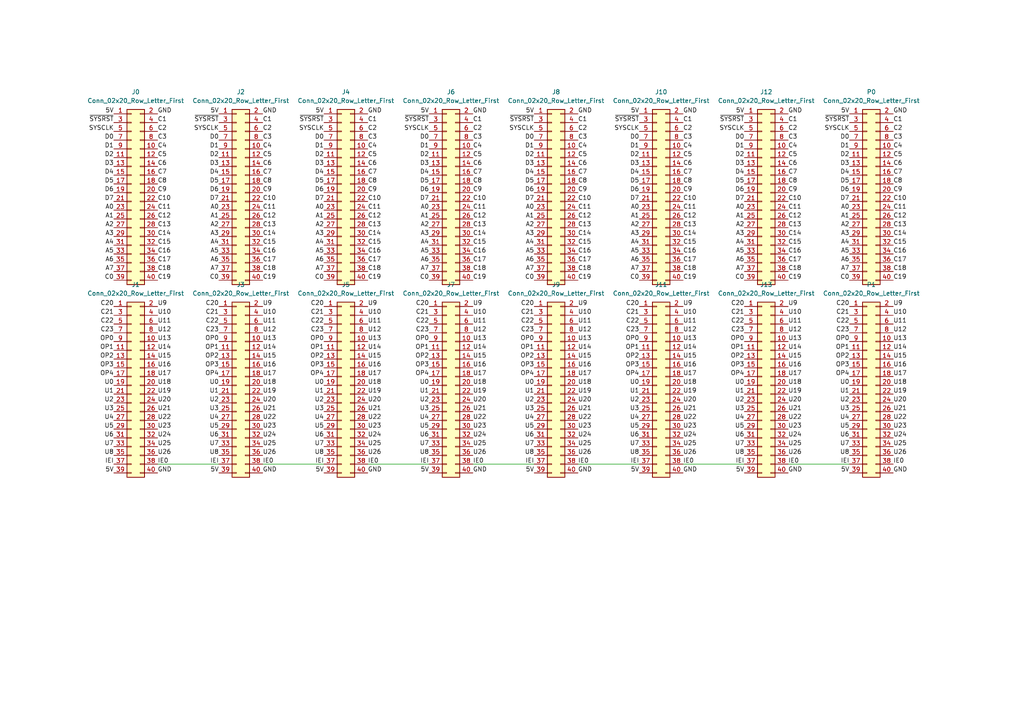
<source format=kicad_sch>
(kicad_sch (version 20230121) (generator eeschema)
  (paper "A4")
  (lib_symbols
    (symbol "Connector_Generic:Conn_02x20_Odd_Even" (pin_names (offset 1.016) hide)
      (property "Reference" "J" (at 1.27 25.4 0))
      (property "Value" "Conn_02x20_Odd_Even" (at 1.27 -27.94 0))
      (symbol "Conn_02x20_Odd_Even_1_1"
        (rectangle (start -1.27 -25.273) (end 0 -25.527) (stroke (width 0.1524)))
        (rectangle (start -1.27 -22.733) (end 0 -22.987) (stroke (width 0.1524)))
        (rectangle (start -1.27 -20.193) (end 0 -20.447) (stroke (width 0.1524)))
        (rectangle (start -1.27 -17.653) (end 0 -17.907) (stroke (width 0.1524)))
        (rectangle (start -1.27 -15.113) (end 0 -15.367) (stroke (width 0.1524)))
        (rectangle (start -1.27 -12.573) (end 0 -12.827) (stroke (width 0.1524)))
        (rectangle (start -1.27 -10.033) (end 0 -10.287) (stroke (width 0.1524)))
        (rectangle (start -1.27 -7.493) (end 0 -7.747) (stroke (width 0.1524)))
        (rectangle (start -1.27 -4.953) (end 0 -5.207) (stroke (width 0.1524)))
        (rectangle (start -1.27 -2.413) (end 0 -2.667) (stroke (width 0.1524)))
        (rectangle (start -1.27 0.127) (end 0 -0.127) (stroke (width 0.1524)))
        (rectangle (start -1.27 2.667) (end 0 2.413) (stroke (width 0.1524)))
        (rectangle (start -1.27 5.207) (end 0 4.953) (stroke (width 0.1524)))
        (rectangle (start -1.27 7.747) (end 0 7.493) (stroke (width 0.1524)))
        (rectangle (start -1.27 10.287) (end 0 10.033) (stroke (width 0.1524)))
        (rectangle (start -1.27 12.827) (end 0 12.573) (stroke (width 0.1524)))
        (rectangle (start -1.27 15.367) (end 0 15.113) (stroke (width 0.1524)))
        (rectangle (start -1.27 17.907) (end 0 17.653) (stroke (width 0.1524)))
        (rectangle (start -1.27 20.447) (end 0 20.193) (stroke (width 0.1524)))
        (rectangle (start -1.27 22.987) (end 0 22.733) (stroke (width 0.1524)))
        (rectangle (start -1.27 24.13) (end 3.81 -26.67) (stroke (width 0.254)) (fill (type background)))
        (rectangle (start 3.81 -25.273) (end 2.54 -25.527) (stroke (width 0.1524)))
        (rectangle (start 3.81 -22.733) (end 2.54 -22.987) (stroke (width 0.1524)))
        (rectangle (start 3.81 -20.193) (end 2.54 -20.447) (stroke (width 0.1524)))
        (rectangle (start 3.81 -17.653) (end 2.54 -17.907) (stroke (width 0.1524)))
        (rectangle (start 3.81 -15.113) (end 2.54 -15.367) (stroke (width 0.1524)))
        (rectangle (start 3.81 -12.573) (end 2.54 -12.827) (stroke (width 0.1524)))
        (rectangle (start 3.81 -10.033) (end 2.54 -10.287) (stroke (width 0.1524)))
        (rectangle (start 3.81 -7.493) (end 2.54 -7.747) (stroke (width 0.1524)))
        (rectangle (start 3.81 -4.953) (end 2.54 -5.207) (stroke (width 0.1524)))
        (rectangle (start 3.81 -2.413) (end 2.54 -2.667) (stroke (width 0.1524)))
        (rectangle (start 3.81 0.127) (end 2.54 -0.127) (stroke (width 0.1524)))
        (rectangle (start 3.81 2.667) (end 2.54 2.413) (stroke (width 0.1524)))
        (rectangle (start 3.81 5.207) (end 2.54 4.953) (stroke (width 0.1524)))
        (rectangle (start 3.81 7.747) (end 2.54 7.493) (stroke (width 0.1524)))
        (rectangle (start 3.81 10.287) (end 2.54 10.033) (stroke (width 0.1524)))
        (rectangle (start 3.81 12.827) (end 2.54 12.573) (stroke (width 0.1524)))
        (rectangle (start 3.81 15.367) (end 2.54 15.113) (stroke (width 0.1524)))
        (rectangle (start 3.81 17.907) (end 2.54 17.653) (stroke (width 0.1524)))
        (rectangle (start 3.81 20.447) (end 2.54 20.193) (stroke (width 0.1524)))
        (rectangle (start 3.81 22.987) (end 2.54 22.733) (stroke (width 0.1524)))
        (pin passive line (at -5.08 22.86 0) (length 3.81) (name "Pin_1") (number "1"))
        (pin passive line (at 7.62 12.7 180) (length 3.81) (name "Pin_10") (number "10"))
        (pin passive line (at -5.08 10.16 0) (length 3.81) (name "Pin_11") (number "11"))
        (pin passive line (at 7.62 10.16 180) (length 3.81) (name "Pin_12") (number "12"))
        (pin passive line (at -5.08 7.62 0) (length 3.81) (name "Pin_13") (number "13"))
        (pin passive line (at 7.62 7.62 180) (length 3.81) (name "Pin_14") (number "14"))
        (pin passive line (at -5.08 5.08 0) (length 3.81) (name "Pin_15") (number "15"))
        (pin passive line (at 7.62 5.08 180) (length 3.81) (name "Pin_16") (number "16"))
        (pin passive line (at -5.08 2.54 0) (length 3.81) (name "Pin_17") (number "17"))
        (pin passive line (at 7.62 2.54 180) (length 3.81) (name "Pin_18") (number "18"))
        (pin passive line (at -5.08 0 0) (length 3.81) (name "Pin_19") (number "19"))
        (pin passive line (at 7.62 22.86 180) (length 3.81) (name "Pin_2") (number "2"))
        (pin passive line (at 7.62 0 180) (length 3.81) (name "Pin_20") (number "20"))
        (pin passive line (at -5.08 -2.54 0) (length 3.81) (name "Pin_21") (number "21"))
        (pin passive line (at 7.62 -2.54 180) (length 3.81) (name "Pin_22") (number "22"))
        (pin passive line (at -5.08 -5.08 0) (length 3.81) (name "Pin_23") (number "23"))
        (pin passive line (at 7.62 -5.08 180) (length 3.81) (name "Pin_24") (number "24"))
        (pin passive line (at -5.08 -7.62 0) (length 3.81) (name "Pin_25") (number "25"))
        (pin passive line (at 7.62 -7.62 180) (length 3.81) (name "Pin_26") (number "26"))
        (pin passive line (at -5.08 -10.16 0) (length 3.81) (name "Pin_27") (number "27"))
        (pin passive line (at 7.62 -10.16 180) (length 3.81) (name "Pin_28") (number "28"))
        (pin passive line (at -5.08 -12.7 0) (length 3.81) (name "Pin_29") (number "29"))
        (pin passive line (at -5.08 20.32 0) (length 3.81) (name "Pin_3") (number "3"))
        (pin passive line (at 7.62 -12.7 180) (length 3.81) (name "Pin_30") (number "30"))
        (pin passive line (at -5.08 -15.24 0) (length 3.81) (name "Pin_31") (number "31"))
        (pin passive line (at 7.62 -15.24 180) (length 3.81) (name "Pin_32") (number "32"))
        (pin passive line (at -5.08 -17.78 0) (length 3.81) (name "Pin_33") (number "33"))
        (pin passive line (at 7.62 -17.78 180) (length 3.81) (name "Pin_34") (number "34"))
        (pin passive line (at -5.08 -20.32 0) (length 3.81) (name "Pin_35") (number "35"))
        (pin passive line (at 7.62 -20.32 180) (length 3.81) (name "Pin_36") (number "36"))
        (pin passive line (at -5.08 -22.86 0) (length 3.81) (name "Pin_37") (number "37"))
        (pin passive line (at 7.62 -22.86 180) (length 3.81) (name "Pin_38") (number "38"))
        (pin passive line (at -5.08 -25.4 0) (length 3.81) (name "Pin_39") (number "39"))
        (pin passive line (at 7.62 20.32 180) (length 3.81) (name "Pin_4") (number "4"))
        (pin passive line (at 7.62 -25.4 180) (length 3.81) (name "Pin_40") (number "40"))
        (pin passive line (at -5.08 17.78 0) (length 3.81) (name "Pin_5") (number "5"))
        (pin passive line (at 7.62 17.78 180) (length 3.81) (name "Pin_6") (number "6"))
        (pin passive line (at -5.08 15.24 0) (length 3.81) (name "Pin_7") (number "7"))
        (pin passive line (at 7.62 15.24 180) (length 3.81) (name "Pin_8") (number "8"))
        (pin passive line (at -5.08 12.7 0) (length 3.81) (name "Pin_9") (number "9"))
      )
    )
  )
  (wire (pts (xy 45.72 134.62) (xy 63.5 134.62)))
  (wire (pts (xy 106.68 134.62) (xy 124.46 134.62)))
  (wire (pts (xy 76.2 134.62) (xy 93.98 134.62)))
  (wire (pts (xy 198.12 134.62) (xy 215.9 134.62)))
  (wire (pts (xy 228.6 134.62) (xy 246.38 134.62)))
  (wire (pts (xy 167.64 134.62) (xy 185.42 134.62)))
  (wire (pts (xy 137.16 134.62) (xy 154.94 134.62)))
  (label "U20" (at 198.12 116.84 0))
  (label "A7" (at 185.42 78.74 180))
  (label "A2" (at 63.5 66.04 180))
  (label "C2" (at 198.12 38.1 0))
  (label "SYSCLK" (at 215.9 38.1 180))
  (label "U18" (at 137.16 111.76 0))
  (label "C1" (at 198.12 35.56 0))
  (label "C21" (at 93.98 91.44 180))
  (label "A1" (at 215.9 63.5 180))
  (label "U3" (at 185.42 119.38 180))
  (label "D6" (at 185.42 55.88 180))
  (label "C16" (at 198.12 73.66 0))
  (label "U17" (at 198.12 109.22 0))
  (label "U13" (at 167.64 99.06 0))
  (label "C19" (at 106.68 81.28 0))
  (label "U1" (at 246.38 114.3 180))
  (label "D0" (at 63.5 40.64 180))
  (label "IE0" (at 167.64 134.62 0))
  (label "U15" (at 45.72 104.14 0))
  (label "OP4" (at 63.5 109.22 180))
  (label "C14" (at 259.08 68.58 0))
  (label "C0" (at 33.02 81.28 180))
  (label "C4" (at 259.08 43.18 0))
  (label "U0" (at 246.38 111.76 180))
  (label "D3" (at 185.42 48.26 180))
  (label "C8" (at 76.2 53.34 0))
  (label "U11" (at 137.16 93.98 0))
  (label "C8" (at 259.08 53.34 0))
  (label "U15" (at 106.68 104.14 0))
  (label "IE0" (at 106.68 134.62 0))
  (label "U14" (at 259.08 101.6 0))
  (label "A2" (at 185.42 66.04 180))
  (label "A1" (at 154.94 63.5 180))
  (label "C8" (at 228.6 53.34 0))
  (label "C18" (at 167.64 78.74 0))
  (label "C4" (at 167.64 43.18 0))
  (label "D4" (at 185.42 50.8 180))
  (label "C19" (at 259.08 81.28 0))
  (label "C13" (at 167.64 66.04 0))
  (label "5V" (at 215.9 137.16 180))
  (label "C4" (at 76.2 43.18 0))
  (label "A3" (at 124.46 68.58 180))
  (label "SYSCLK" (at 33.02 38.1 180))
  (label "OP2" (at 215.9 104.14 180))
  (label "U26" (at 259.08 132.08 0))
  (label "A4" (at 93.98 71.12 180))
  (label "U10" (at 167.64 91.44 0))
  (label "U8" (at 154.94 132.08 180))
  (label "GND" (at 167.64 137.16 0))
  (label "C5" (at 259.08 45.72 0))
  (label "A4" (at 246.38 71.12 180))
  (label "U6" (at 185.42 127 180))
  (label "C11" (at 198.12 60.96 0))
  (label "D3" (at 215.9 48.26 180))
  (label "U21" (at 228.6 119.38 0))
  (label "C17" (at 228.6 76.2 0))
  (label "U14" (at 106.68 101.6 0))
  (label "U24" (at 259.08 127 0))
  (label "C19" (at 167.64 81.28 0))
  (label "U12" (at 167.64 96.52 0))
  (label "C17" (at 137.16 76.2 0))
  (label "U23" (at 167.64 124.46 0))
  (label "D5" (at 63.5 53.34 180))
  (label "U5" (at 33.02 124.46 180))
  (label "D2" (at 246.38 45.72 180))
  (label "C12" (at 228.6 63.5 0))
  (label "U3" (at 215.9 119.38 180))
  (label "D0" (at 215.9 40.64 180))
  (label "A5" (at 124.46 73.66 180))
  (label "C15" (at 45.72 71.12 0))
  (label "U12" (at 45.72 96.52 0))
  (label "C7" (at 259.08 50.8 0))
  (label "U2" (at 215.9 116.84 180))
  (label "D7" (at 63.5 58.42 180))
  (label "C8" (at 198.12 53.34 0))
  (label "C17" (at 45.72 76.2 0))
  (label "U5" (at 93.98 124.46 180))
  (label "U4" (at 215.9 121.92 180))
  (label "C11" (at 228.6 60.96 0))
  (label "U21" (at 167.64 119.38 0))
  (label "C3" (at 137.16 40.64 0))
  (label "IE0" (at 76.2 134.62 0))
  (label "C10" (at 167.64 58.42 0))
  (label "U19" (at 259.08 114.3 0))
  (label "A5" (at 93.98 73.66 180))
  (label "U22" (at 106.68 121.92 0))
  (label "U10" (at 228.6 91.44 0))
  (label "U7" (at 215.9 129.54 180))
  (label "A4" (at 124.46 71.12 180))
  (label "U16" (at 198.12 106.68 0))
  (label "OP2" (at 63.5 104.14 180))
  (label "C2" (at 167.64 38.1 0))
  (label "A6" (at 185.42 76.2 180))
  (label "D6" (at 63.5 55.88 180))
  (label "A0" (at 246.38 60.96 180))
  (label "U11" (at 198.12 93.98 0))
  (label "A1" (at 185.42 63.5 180))
  (label "IEI" (at 185.42 134.62 180))
  (label "5V" (at 33.02 137.16 180))
  (label "C1" (at 167.64 35.56 0))
  (label "C0" (at 63.5 81.28 180))
  (label "A4" (at 185.42 71.12 180))
  (label "C9" (at 228.6 55.88 0))
  (label "A2" (at 246.38 66.04 180))
  (label "A2" (at 33.02 66.04 180))
  (label "C11" (at 259.08 60.96 0))
  (label "U14" (at 228.6 101.6 0))
  (label "SYSCLK" (at 124.46 38.1 180))
  (label "5V" (at 93.98 137.16 180))
  (label "C17" (at 106.68 76.2 0))
  (label "U19" (at 106.68 114.3 0))
  (label "C20" (at 63.5 88.9 180))
  (label "U21" (at 106.68 119.38 0))
  (label "U9" (at 137.16 88.9 0))
  (label "C16" (at 259.08 73.66 0))
  (label "OP0" (at 246.38 99.06 180))
  (label "U4" (at 185.42 121.92 180))
  (label "C21" (at 124.46 91.44 180))
  (label "C6" (at 228.6 48.26 0))
  (label "C7" (at 167.64 50.8 0))
  (label "U3" (at 93.98 119.38 180))
  (label "A2" (at 215.9 66.04 180))
  (label "U9" (at 167.64 88.9 0))
  (label "U23" (at 76.2 124.46 0))
  (label "U26" (at 228.6 132.08 0))
  (label "A7" (at 215.9 78.74 180))
  (label "A6" (at 93.98 76.2 180))
  (label "U19" (at 167.64 114.3 0))
  (label "C14" (at 76.2 68.58 0))
  (label "U14" (at 76.2 101.6 0))
  (label "U5" (at 154.94 124.46 180))
  (label "C8" (at 106.68 53.34 0))
  (label "~{SYSRST}" (at 185.42 35.56 180))
  (label "A3" (at 185.42 68.58 180))
  (label "U22" (at 76.2 121.92 0))
  (label "A5" (at 33.02 73.66 180))
  (label "U2" (at 124.46 116.84 180))
  (label "5V" (at 154.94 33.02 180))
  (label "U6" (at 124.46 127 180))
  (label "D6" (at 154.94 55.88 180))
  (label "GND" (at 76.2 33.02 0))
  (label "C5" (at 76.2 45.72 0))
  (label "C22" (at 185.42 93.98 180))
  (label "OP2" (at 93.98 104.14 180))
  (label "C5" (at 198.12 45.72 0))
  (label "U26" (at 137.16 132.08 0))
  (label "C1" (at 106.68 35.56 0))
  (label "C13" (at 137.16 66.04 0))
  (label "D1" (at 215.9 43.18 180))
  (label "C9" (at 259.08 55.88 0))
  (label "C14" (at 45.72 68.58 0))
  (label "C14" (at 167.64 68.58 0))
  (label "U25" (at 45.72 129.54 0))
  (label "U6" (at 154.94 127 180))
  (label "U20" (at 45.72 116.84 0))
  (label "D4" (at 63.5 50.8 180))
  (label "A1" (at 33.02 63.5 180))
  (label "D0" (at 154.94 40.64 180))
  (label "U3" (at 33.02 119.38 180))
  (label "U25" (at 198.12 129.54 0))
  (label "A5" (at 63.5 73.66 180))
  (label "OP2" (at 33.02 104.14 180))
  (label "D4" (at 124.46 50.8 180))
  (label "A6" (at 246.38 76.2 180))
  (label "C15" (at 228.6 71.12 0))
  (label "U12" (at 137.16 96.52 0))
  (label "C22" (at 124.46 93.98 180))
  (label "U7" (at 63.5 129.54 180))
  (label "5V" (at 63.5 137.16 180))
  (label "C10" (at 106.68 58.42 0))
  (label "U13" (at 259.08 99.06 0))
  (label "C21" (at 246.38 91.44 180))
  (label "C3" (at 259.08 40.64 0))
  (label "A0" (at 215.9 60.96 180))
  (label "U19" (at 228.6 114.3 0))
  (label "IEI" (at 215.9 134.62 180))
  (label "C3" (at 167.64 40.64 0))
  (label "D2" (at 93.98 45.72 180))
  (label "C20" (at 124.46 88.9 180))
  (label "5V" (at 246.38 137.16 180))
  (label "IE0" (at 228.6 134.62 0))
  (label "A6" (at 33.02 76.2 180))
  (label "5V" (at 33.02 33.02 180))
  (label "C9" (at 198.12 55.88 0))
  (label "U12" (at 259.08 96.52 0))
  (label "A5" (at 215.9 73.66 180))
  (label "C7" (at 198.12 50.8 0))
  (label "U7" (at 93.98 129.54 180))
  (label "D5" (at 154.94 53.34 180))
  (label "A7" (at 246.38 78.74 180))
  (label "U5" (at 124.46 124.46 180))
  (label "D2" (at 185.42 45.72 180))
  (label "C0" (at 154.94 81.28 180))
  (label "U15" (at 259.08 104.14 0))
  (label "OP0" (at 215.9 99.06 180))
  (label "U25" (at 76.2 129.54 0))
  (label "IE0" (at 137.16 134.62 0))
  (label "U16" (at 76.2 106.68 0))
  (label "U22" (at 137.16 121.92 0))
  (label "U11" (at 259.08 93.98 0))
  (label "C13" (at 198.12 66.04 0))
  (label "D6" (at 246.38 55.88 180))
  (label "5V" (at 246.38 33.02 180))
  (label "OP4" (at 215.9 109.22 180))
  (label "U1" (at 154.94 114.3 180))
  (label "U6" (at 63.5 127 180))
  (label "U25" (at 228.6 129.54 0))
  (label "A6" (at 154.94 76.2 180))
  (label "A2" (at 93.98 66.04 180))
  (label "C21" (at 215.9 91.44 180))
  (label "C20" (at 246.38 88.9 180))
  (label "GND" (at 106.68 137.16 0))
  (label "C8" (at 45.72 53.34 0))
  (label "OP0" (at 154.94 99.06 180))
  (label "C21" (at 63.5 91.44 180))
  (label "OP1" (at 124.46 101.6 180))
  (label "U21" (at 45.72 119.38 0))
  (label "A6" (at 215.9 76.2 180))
  (label "D6" (at 33.02 55.88 180))
  (label "C21" (at 154.94 91.44 180))
  (label "C1" (at 76.2 35.56 0))
  (label "U3" (at 246.38 119.38 180))
  (label "U7" (at 185.42 129.54 180))
  (label "D2" (at 215.9 45.72 180))
  (label "U5" (at 63.5 124.46 180))
  (label "U26" (at 45.72 132.08 0))
  (label "C19" (at 45.72 81.28 0))
  (label "U18" (at 167.64 111.76 0))
  (label "C12" (at 137.16 63.5 0))
  (label "A4" (at 33.02 71.12 180))
  (label "U5" (at 246.38 124.46 180))
  (label "OP1" (at 246.38 101.6 180))
  (label "U6" (at 33.02 127 180))
  (label "U20" (at 167.64 116.84 0))
  (label "U3" (at 124.46 119.38 180))
  (label "C13" (at 45.72 66.04 0))
  (label "5V" (at 185.42 137.16 180))
  (label "C14" (at 198.12 68.58 0))
  (label "C11" (at 167.64 60.96 0))
  (label "C9" (at 167.64 55.88 0))
  (label "C2" (at 228.6 38.1 0))
  (label "U21" (at 76.2 119.38 0))
  (label "A5" (at 185.42 73.66 180))
  (label "U19" (at 198.12 114.3 0))
  (label "A5" (at 246.38 73.66 180))
  (label "C23" (at 185.42 96.52 180))
  (label "C22" (at 246.38 93.98 180))
  (label "U7" (at 124.46 129.54 180))
  (label "U18" (at 259.08 111.76 0))
  (label "IEI" (at 33.02 134.62 180))
  (label "C17" (at 76.2 76.2 0))
  (label "U7" (at 33.02 129.54 180))
  (label "U22" (at 228.6 121.92 0))
  (label "U12" (at 76.2 96.52 0))
  (label "C16" (at 167.64 73.66 0))
  (label "U9" (at 76.2 88.9 0))
  (label "C5" (at 167.64 45.72 0))
  (label "D0" (at 93.98 40.64 180))
  (label "C12" (at 167.64 63.5 0))
  (label "C17" (at 167.64 76.2 0))
  (label "U9" (at 259.08 88.9 0))
  (label "A4" (at 215.9 71.12 180))
  (label "C16" (at 76.2 73.66 0))
  (label "D7" (at 93.98 58.42 180))
  (label "U21" (at 198.12 119.38 0))
  (label "IEI" (at 246.38 134.62 180))
  (label "GND" (at 198.12 33.02 0))
  (label "C14" (at 106.68 68.58 0))
  (label "D7" (at 246.38 58.42 180))
  (label "GND" (at 259.08 137.16 0))
  (label "U8" (at 33.02 132.08 180))
  (label "U0" (at 124.46 111.76 180))
  (label "U2" (at 185.42 116.84 180))
  (label "U23" (at 228.6 124.46 0))
  (label "5V" (at 124.46 33.02 180))
  (label "C19" (at 198.12 81.28 0))
  (label "U9" (at 228.6 88.9 0))
  (label "C22" (at 215.9 93.98 180))
  (label "OP3" (at 154.94 106.68 180))
  (label "U0" (at 185.42 111.76 180))
  (label "OP1" (at 33.02 101.6 180))
  (label "A3" (at 63.5 68.58 180))
  (label "U11" (at 76.2 93.98 0))
  (label "U18" (at 76.2 111.76 0))
  (label "A0" (at 154.94 60.96 180))
  (label "C16" (at 137.16 73.66 0))
  (label "OP3" (at 63.5 106.68 180))
  (label "U1" (at 215.9 114.3 180))
  (label "D1" (at 154.94 43.18 180))
  (label "C3" (at 228.6 40.64 0))
  (label "~{SYSRST}" (at 33.02 35.56 180))
  (label "U10" (at 106.68 91.44 0))
  (label "U16" (at 259.08 106.68 0))
  (label "IEI" (at 63.5 134.62 180))
  (label "A3" (at 33.02 68.58 180))
  (label "U23" (at 137.16 124.46 0))
  (label "OP4" (at 93.98 109.22 180))
  (label "U11" (at 45.72 93.98 0))
  (label "U15" (at 137.16 104.14 0))
  (label "OP4" (at 154.94 109.22 180))
  (label "U13" (at 45.72 99.06 0))
  (label "C7" (at 76.2 50.8 0))
  (label "C1" (at 259.08 35.56 0))
  (label "C6" (at 45.72 48.26 0))
  (label "U23" (at 259.08 124.46 0))
  (label "U22" (at 45.72 121.92 0))
  (label "5V" (at 124.46 137.16 180))
  (label "U23" (at 106.68 124.46 0))
  (label "U16" (at 167.64 106.68 0))
  (label "U24" (at 167.64 127 0))
  (label "D1" (at 93.98 43.18 180))
  (label "5V" (at 215.9 33.02 180))
  (label "D4" (at 246.38 50.8 180))
  (label "5V" (at 63.5 33.02 180))
  (label "U19" (at 137.16 114.3 0))
  (label "OP3" (at 215.9 106.68 180))
  (label "~{SYSRST}" (at 63.5 35.56 180))
  (label "C10" (at 137.16 58.42 0))
  (label "U12" (at 106.68 96.52 0))
  (label "C20" (at 93.98 88.9 180))
  (label "C15" (at 259.08 71.12 0))
  (label "C15" (at 76.2 71.12 0))
  (label "U24" (at 228.6 127 0))
  (label "U14" (at 45.72 101.6 0))
  (label "C15" (at 167.64 71.12 0))
  (label "SYSCLK" (at 246.38 38.1 180))
  (label "A3" (at 93.98 68.58 180))
  (label "C16" (at 228.6 73.66 0))
  (label "GND" (at 228.6 137.16 0))
  (label "OP3" (at 93.98 106.68 180))
  (label "C3" (at 76.2 40.64 0))
  (label "U12" (at 198.12 96.52 0))
  (label "U20" (at 259.08 116.84 0))
  (label "C4" (at 106.68 43.18 0))
  (label "U1" (at 93.98 114.3 180))
  (label "OP4" (at 246.38 109.22 180))
  (label "D3" (at 246.38 48.26 180))
  (label "C2" (at 259.08 38.1 0))
  (label "U15" (at 198.12 104.14 0))
  (label "U18" (at 45.72 111.76 0))
  (label "A0" (at 185.42 60.96 180))
  (label "C4" (at 228.6 43.18 0))
  (label "C2" (at 76.2 38.1 0))
  (label "OP1" (at 154.94 101.6 180))
  (label "U2" (at 33.02 116.84 180))
  (label "U16" (at 45.72 106.68 0))
  (label "C11" (at 45.72 60.96 0))
  (label "~{SYSRST}" (at 215.9 35.56 180))
  (label "U13" (at 106.68 99.06 0))
  (label "U1" (at 63.5 114.3 180))
  (label "C14" (at 228.6 68.58 0))
  (label "C18" (at 137.16 78.74 0))
  (label "C7" (at 137.16 50.8 0))
  (label "U11" (at 228.6 93.98 0))
  (label "C5" (at 45.72 45.72 0))
  (label "U21" (at 137.16 119.38 0))
  (label "C18" (at 76.2 78.74 0))
  (label "U4" (at 33.02 121.92 180))
  (label "C12" (at 76.2 63.5 0))
  (label "C16" (at 45.72 73.66 0))
  (label "OP4" (at 124.46 109.22 180))
  (label "U19" (at 76.2 114.3 0))
  (label "C13" (at 76.2 66.04 0))
  (label "U8" (at 124.46 132.08 180))
  (label "C20" (at 33.02 88.9 180))
  (label "C13" (at 228.6 66.04 0))
  (label "C4" (at 198.12 43.18 0))
  (label "U4" (at 124.46 121.92 180))
  (label "U14" (at 137.16 101.6 0))
  (label "C22" (at 93.98 93.98 180))
  (label "U13" (at 76.2 99.06 0))
  (label "C6" (at 106.68 48.26 0))
  (label "C4" (at 137.16 43.18 0))
  (label "U20" (at 137.16 116.84 0))
  (label "C23" (at 246.38 96.52 180))
  (label "U15" (at 228.6 104.14 0))
  (label "D3" (at 124.46 48.26 180))
  (label "A5" (at 154.94 73.66 180))
  (label "D0" (at 33.02 40.64 180))
  (label "OP1" (at 93.98 101.6 180))
  (label "A7" (at 33.02 78.74 180))
  (label "OP1" (at 185.42 101.6 180))
  (label "C10" (at 198.12 58.42 0))
  (label "U25" (at 137.16 129.54 0))
  (label "U25" (at 106.68 129.54 0))
  (label "U13" (at 228.6 99.06 0))
  (label "C6" (at 76.2 48.26 0))
  (label "D1" (at 63.5 43.18 180))
  (label "U15" (at 167.64 104.14 0))
  (label "U3" (at 63.5 119.38 180))
  (label "A6" (at 63.5 76.2 180))
  (label "D3" (at 93.98 48.26 180))
  (label "GND" (at 137.16 33.02 0))
  (label "C2" (at 137.16 38.1 0))
  (label "U10" (at 259.08 91.44 0))
  (label "D1" (at 185.42 43.18 180))
  (label "A1" (at 124.46 63.5 180))
  (label "D7" (at 124.46 58.42 180))
  (label "C13" (at 259.08 66.04 0))
  (label "C23" (at 63.5 96.52 180))
  (label "D5" (at 185.42 53.34 180))
  (label "GND" (at 76.2 137.16 0))
  (label "D4" (at 93.98 50.8 180))
  (label "C22" (at 63.5 93.98 180))
  (label "C12" (at 259.08 63.5 0))
  (label "U0" (at 33.02 111.76 180))
  (label "U5" (at 215.9 124.46 180))
  (label "U24" (at 198.12 127 0))
  (label "C19" (at 137.16 81.28 0))
  (label "C12" (at 106.68 63.5 0))
  (label "C16" (at 106.68 73.66 0))
  (label "U16" (at 228.6 106.68 0))
  (label "U20" (at 106.68 116.84 0))
  (label "U4" (at 154.94 121.92 180))
  (label "OP3" (at 185.42 106.68 180))
  (label "C6" (at 259.08 48.26 0))
  (label "D1" (at 246.38 43.18 180))
  (label "OP4" (at 33.02 109.22 180))
  (label "C20" (at 185.42 88.9 180))
  (label "C20" (at 154.94 88.9 180))
  (label "C9" (at 137.16 55.88 0))
  (label "A4" (at 154.94 71.12 180))
  (label "D3" (at 33.02 48.26 180))
  (label "U17" (at 167.64 109.22 0))
  (label "D5" (at 93.98 53.34 180))
  (label "SYSCLK" (at 185.42 38.1 180))
  (label "U10" (at 76.2 91.44 0))
  (label "U26" (at 198.12 132.08 0))
  (label "D0" (at 185.42 40.64 180))
  (label "U17" (at 137.16 109.22 0))
  (label "U22" (at 259.08 121.92 0))
  (label "~{SYSRST}" (at 124.46 35.56 180))
  (label "C0" (at 185.42 81.28 180))
  (label "C20" (at 215.9 88.9 180))
  (label "C3" (at 45.72 40.64 0))
  (label "C23" (at 124.46 96.52 180))
  (label "C11" (at 137.16 60.96 0))
  (label "U24" (at 137.16 127 0))
  (label "C11" (at 76.2 60.96 0))
  (label "OP0" (at 124.46 99.06 180))
  (label "C23" (at 93.98 96.52 180))
  (label "U8" (at 93.98 132.08 180))
  (label "OP1" (at 63.5 101.6 180))
  (label "U7" (at 246.38 129.54 180))
  (label "D5" (at 124.46 53.34 180))
  (label "C19" (at 76.2 81.28 0))
  (label "U17" (at 45.72 109.22 0))
  (label "U0" (at 63.5 111.76 180))
  (label "D6" (at 215.9 55.88 180))
  (label "D5" (at 215.9 53.34 180))
  (label "D1" (at 33.02 43.18 180))
  (label "U9" (at 106.68 88.9 0))
  (label "C18" (at 259.08 78.74 0))
  (label "A6" (at 124.46 76.2 180))
  (label "U15" (at 76.2 104.14 0))
  (label "A3" (at 215.9 68.58 180))
  (label "U17" (at 76.2 109.22 0))
  (label "OP2" (at 246.38 104.14 180))
  (label "C7" (at 106.68 50.8 0))
  (label "U0" (at 154.94 111.76 180))
  (label "U18" (at 198.12 111.76 0))
  (label "U8" (at 185.42 132.08 180))
  (label "D3" (at 63.5 48.26 180))
  (label "C2" (at 106.68 38.1 0))
  (label "C8" (at 137.16 53.34 0))
  (label "C15" (at 137.16 71.12 0))
  (label "GND" (at 167.64 33.02 0))
  (label "U7" (at 154.94 129.54 180))
  (label "C7" (at 45.72 50.8 0))
  (label "U1" (at 185.42 114.3 180))
  (label "5V" (at 185.42 33.02 180))
  (label "U24" (at 45.72 127 0))
  (label "C1" (at 137.16 35.56 0))
  (label "C3" (at 106.68 40.64 0))
  (label "~{SYSRST}" (at 93.98 35.56 180))
  (label "U20" (at 76.2 116.84 0))
  (label "U16" (at 106.68 106.68 0))
  (label "U4" (at 246.38 121.92 180))
  (label "GND" (at 198.12 137.16 0))
  (label "U11" (at 167.64 93.98 0))
  (label "IE0" (at 45.72 134.62 0))
  (label "U25" (at 167.64 129.54 0))
  (label "D5" (at 33.02 53.34 180))
  (label "C23" (at 215.9 96.52 180))
  (label "D4" (at 154.94 50.8 180))
  (label "C23" (at 33.02 96.52 180))
  (label "D6" (at 93.98 55.88 180))
  (label "C8" (at 167.64 53.34 0))
  (label "A3" (at 246.38 68.58 180))
  (label "C9" (at 45.72 55.88 0))
  (label "5V" (at 93.98 33.02 180))
  (label "OP4" (at 185.42 109.22 180))
  (label "C9" (at 106.68 55.88 0))
  (label "U1" (at 33.02 114.3 180))
  (label "A0" (at 93.98 60.96 180))
  (label "D2" (at 154.94 45.72 180))
  (label "U6" (at 93.98 127 180))
  (label "U2" (at 63.5 116.84 180))
  (label "D4" (at 215.9 50.8 180))
  (label "U6" (at 215.9 127 180))
  (label "U22" (at 167.64 121.92 0))
  (label "GND" (at 106.68 33.02 0))
  (label "A1" (at 63.5 63.5 180))
  (label "U14" (at 167.64 101.6 0))
  (label "U0" (at 215.9 111.76 180))
  (label "U14" (at 198.12 101.6 0))
  (label "U26" (at 167.64 132.08 0))
  (label "C11" (at 106.68 60.96 0))
  (label "U26" (at 106.68 132.08 0))
  (label "C10" (at 228.6 58.42 0))
  (label "C1" (at 45.72 35.56 0))
  (label "U20" (at 228.6 116.84 0))
  (label "C12" (at 45.72 63.5 0))
  (label "OP0" (at 185.42 99.06 180))
  (label "OP3" (at 124.46 106.68 180))
  (label "C14" (at 137.16 68.58 0))
  (label "U23" (at 45.72 124.46 0))
  (label "C4" (at 45.72 43.18 0))
  (label "GND" (at 137.16 137.16 0))
  (label "D7" (at 33.02 58.42 180))
  (label "GND" (at 45.72 33.02 0))
  (label "OP0" (at 33.02 99.06 180))
  (label "OP0" (at 63.5 99.06 180))
  (label "D2" (at 33.02 45.72 180))
  (label "C7" (at 228.6 50.8 0))
  (label "C5" (at 106.68 45.72 0))
  (label "C10" (at 76.2 58.42 0))
  (label "C6" (at 198.12 48.26 0))
  (label "C2" (at 45.72 38.1 0))
  (label "U13" (at 198.12 99.06 0))
  (label "U16" (at 137.16 106.68 0))
  (label "IEI" (at 154.94 134.62 180))
  (label "D7" (at 154.94 58.42 180))
  (label "D3" (at 154.94 48.26 180))
  (label "OP2" (at 154.94 104.14 180))
  (label "U21" (at 259.08 119.38 0))
  (label "U17" (at 259.08 109.22 0))
  (label "C0" (at 246.38 81.28 180))
  (label "U1" (at 124.46 114.3 180))
  (label "C21" (at 33.02 91.44 180))
  (label "U0" (at 93.98 111.76 180))
  (label "U17" (at 228.6 109.22 0))
  (label "D5" (at 246.38 53.34 180))
  (label "A7" (at 93.98 78.74 180))
  (label "A3" (at 154.94 68.58 180))
  (label "D2" (at 63.5 45.72 180))
  (label "IEI" (at 124.46 134.62 180))
  (label "U2" (at 93.98 116.84 180))
  (label "C10" (at 45.72 58.42 0))
  (label "U26" (at 76.2 132.08 0))
  (label "OP2" (at 185.42 104.14 180))
  (label "U8" (at 63.5 132.08 180))
  (label "D7" (at 185.42 58.42 180))
  (label "U4" (at 93.98 121.92 180))
  (label "C0" (at 124.46 81.28 180))
  (label "A2" (at 124.46 66.04 180))
  (label "C0" (at 215.9 81.28 180))
  (label "SYSCLK" (at 63.5 38.1 180))
  (label "OP0" (at 93.98 99.06 180))
  (label "D4" (at 33.02 50.8 180))
  (label "C6" (at 137.16 48.26 0))
  (label "C17" (at 198.12 76.2 0))
  (label "GND" (at 259.08 33.02 0))
  (label "~{SYSRST}" (at 246.38 35.56 180))
  (label "C18" (at 45.72 78.74 0))
  (label "C18" (at 228.6 78.74 0))
  (label "U22" (at 198.12 121.92 0))
  (label "A0" (at 63.5 60.96 180))
  (label "A2" (at 154.94 66.04 180))
  (label "U3" (at 154.94 119.38 180))
  (label "C17" (at 259.08 76.2 0))
  (label "SYSCLK" (at 154.94 38.1 180))
  (label "U10" (at 198.12 91.44 0))
  (label "D6" (at 124.46 55.88 180))
  (label "U10" (at 137.16 91.44 0))
  (label "U9" (at 198.12 88.9 0))
  (label "A0" (at 124.46 60.96 180))
  (label "C22" (at 33.02 93.98 180))
  (label "U8" (at 215.9 132.08 180))
  (label "A4" (at 63.5 71.12 180))
  (label "U4" (at 63.5 121.92 180))
  (label "C3" (at 198.12 40.64 0))
  (label "C5" (at 137.16 45.72 0))
  (label "U6" (at 246.38 127 180))
  (label "U2" (at 154.94 116.84 180))
  (label "U24" (at 106.68 127 0))
  (label "U12" (at 228.6 96.52 0))
  (label "U17" (at 106.68 109.22 0))
  (label "SYSCLK" (at 93.98 38.1 180))
  (label "C21" (at 185.42 91.44 180))
  (label "OP2" (at 124.46 104.14 180))
  (label "C18" (at 198.12 78.74 0))
  (label "C1" (at 228.6 35.56 0))
  (label "C15" (at 106.68 71.12 0))
  (label "U23" (at 198.12 124.46 0))
  (label "U11" (at 106.68 93.98 0))
  (label "D0" (at 246.38 40.64 180))
  (label "A1" (at 93.98 63.5 180))
  (label "D1" (at 124.46 43.18 180))
  (label "C15" (at 198.12 71.12 0))
  (label "IEI" (at 93.98 134.62 180))
  (label "U9" (at 45.72 88.9 0))
  (label "D0" (at 124.46 40.64 180))
  (label "A7" (at 63.5 78.74 180))
  (label "A7" (at 154.94 78.74 180))
  (label "D2" (at 124.46 45.72 180))
  (label "U8" (at 246.38 132.08 180))
  (label "C18" (at 106.68 78.74 0))
  (label "A0" (at 33.02 60.96 180))
  (label "IE0" (at 259.08 134.62 0))
  (label "U19" (at 45.72 114.3 0))
  (label "C10" (at 259.08 58.42 0))
  (label "C5" (at 228.6 45.72 0))
  (label "GND" (at 45.72 137.16 0))
  (label "U13" (at 137.16 99.06 0))
  (label "D7" (at 215.9 58.42 180))
  (label "U18" (at 228.6 111.76 0))
  (label "C0" (at 93.98 81.28 180))
  (label "C13" (at 106.68 66.04 0))
  (label "U10" (at 45.72 91.44 0))
  (label "OP3" (at 246.38 106.68 180))
  (label "A7" (at 124.46 78.74 180))
  (label "U18" (at 106.68 111.76 0))
  (label "C19" (at 228.6 81.28 0))
  (label "C6" (at 167.64 48.26 0))
  (label "IE0" (at 198.12 134.62 0))
  (label "U24" (at 76.2 127 0))
  (label "OP1" (at 215.9 101.6 180))
  (label "~{SYSRST}" (at 154.94 35.56 180))
  (label "C9" (at 76.2 55.88 0))
  (label "U5" (at 185.42 124.46 180))
  (label "5V" (at 154.94 137.16 180))
  (label "C22" (at 154.94 93.98 180))
  (label "GND" (at 228.6 33.02 0))
  (label "U25" (at 259.08 129.54 0))
  (label "C12" (at 198.12 63.5 0))
  (label "OP3" (at 33.02 106.68 180))
  (label "C23" (at 154.94 96.52 180))
  (label "U2" (at 246.38 116.84 180))
  (label "A1" (at 246.38 63.5 180))
  (symbol (lib_id "Connector_Generic:Conn_02x20_Odd_Even") (at 129.54 55.88 0) (unit 1)
    (property "Reference" "J6" (at 130.81 26.67 0))
    (property "Value" "Conn_02x20_Row_Letter_First" (at 130.81 29.21 0))
    (property "Footprint" "Connector_PinSocket_2.54mm:PinSocket_2x20_P2.54mm_Vertical" (effects hide))
  )
  (symbol (lib_id "Connector_Generic:Conn_02x20_Odd_Even") (at 190.5 111.76 0) (unit 1)
    (property "Reference" "J11" (at 191.77 82.55 0))
    (property "Value" "Conn_02x20_Row_Letter_First" (at 191.77 85.09 0))
    (property "Footprint" "Connector_PinSocket_2.54mm:PinSocket_2x20_P2.54mm_Vertical" (effects hide))
  )
  (symbol (lib_id "Connector_Generic:Conn_02x20_Odd_Even") (at 160.02 55.88 0) (unit 1)
    (property "Reference" "J8" (at 161.29 26.67 0))
    (property "Value" "Conn_02x20_Row_Letter_First" (at 161.29 29.21 0))
    (property "Footprint" "Connector_PinSocket_2.54mm:PinSocket_2x20_P2.54mm_Vertical" (effects hide))
  )
  (symbol (lib_id "Connector_Generic:Conn_02x20_Odd_Even") (at 38.1 111.76 0) (unit 1)
    (property "Reference" "J1" (at 39.37 82.55 0))
    (property "Value" "Conn_02x20_Row_Letter_First" (at 39.37 85.09 0))
    (property "Footprint" "Connector_PinSocket_2.54mm:PinSocket_2x20_P2.54mm_Horizontal" (effects hide))
  )
  (symbol (lib_id "Connector_Generic:Conn_02x20_Odd_Even") (at 99.06 111.76 0) (unit 1)
    (property "Reference" "J5" (at 100.33 82.55 0))
    (property "Value" "Conn_02x20_Row_Letter_First" (at 100.33 85.09 0))
    (property "Footprint" "Connector_PinSocket_2.54mm:PinSocket_2x20_P2.54mm_Vertical" (effects hide))
  )
  (symbol (lib_id "Connector_Generic:Conn_02x20_Odd_Even") (at 129.54 111.76 0) (unit 1)
    (property "Reference" "J7" (at 130.81 82.55 0))
    (property "Value" "Conn_02x20_Row_Letter_First" (at 130.81 85.09 0))
    (property "Footprint" "Connector_PinSocket_2.54mm:PinSocket_2x20_P2.54mm_Vertical" (effects hide))
  )
  (symbol (lib_id "Connector_Generic:Conn_02x20_Odd_Even") (at 160.02 111.76 0) (unit 1)
    (property "Reference" "J9" (at 161.29 82.55 0))
    (property "Value" "Conn_02x20_Row_Letter_First" (at 161.29 85.09 0))
    (property "Footprint" "Connector_PinSocket_2.54mm:PinSocket_2x20_P2.54mm_Vertical" (effects hide))
  )
  (symbol (lib_id "Connector_Generic:Conn_02x20_Odd_Even") (at 190.5 55.88 0) (unit 1)
    (property "Reference" "J10" (at 191.77 26.67 0))
    (property "Value" "Conn_02x20_Row_Letter_First" (at 191.77 29.21 0))
    (property "Footprint" "Connector_PinSocket_2.54mm:PinSocket_2x20_P2.54mm_Vertical" (effects hide))
  )
  (symbol (lib_id "Connector_Generic:Conn_02x20_Odd_Even") (at 220.98 111.76 0) (unit 1)
    (property "Reference" "J13" (at 222.25 82.55 0))
    (property "Value" "Conn_02x20_Row_Letter_First" (at 222.25 85.09 0))
    (property "Footprint" "Connector_PinSocket_2.54mm:PinSocket_2x20_P2.54mm_Vertical" (effects hide))
  )
  (symbol (lib_id "Connector_Generic:Conn_02x20_Odd_Even") (at 251.46 111.76 0) (unit 1)
    (property "Reference" "P1" (at 252.73 82.55 0))
    (property "Value" "Conn_02x20_Row_Letter_First" (at 252.73 85.09 0))
    (property "Footprint" "Connector_PinHeader_2.54mm:PinHeader_2x20_P2.54mm_Horizontal" (effects hide))
  )
  (symbol (lib_id "Connector_Generic:Conn_02x20_Odd_Even") (at 251.46 55.88 0) (unit 1)
    (property "Reference" "P0" (at 252.73 26.67 0))
    (property "Value" "Conn_02x20_Row_Letter_First" (at 252.73 29.21 0))
    (property "Footprint" "Connector_PinHeader_2.54mm:PinHeader_2x20_P2.54mm_Horizontal" (effects hide))
  )
  (symbol (lib_id "Connector_Generic:Conn_02x20_Odd_Even") (at 220.98 55.88 0) (unit 1)
    (property "Reference" "J12" (at 222.25 26.67 0))
    (property "Value" "Conn_02x20_Row_Letter_First" (at 222.25 29.21 0))
    (property "Footprint" "Connector_PinSocket_2.54mm:PinSocket_2x20_P2.54mm_Vertical" (effects hide))
  )
  (symbol (lib_id "Connector_Generic:Conn_02x20_Odd_Even") (at 68.58 111.76 0) (unit 1)
    (property "Reference" "J3" (at 69.85 82.55 0))
    (property "Value" "Conn_02x20_Row_Letter_First" (at 69.85 85.09 0))
    (property "Footprint" "Connector_PinSocket_2.54mm:PinSocket_2x20_P2.54mm_Vertical" (effects hide))
  )
  (symbol (lib_id "Connector_Generic:Conn_02x20_Odd_Even") (at 68.58 55.88 0) (unit 1)
    (property "Reference" "J2" (at 69.85 26.67 0))
    (property "Value" "Conn_02x20_Row_Letter_First" (at 69.85 29.21 0))
    (property "Footprint" "Connector_PinSocket_2.54mm:PinSocket_2x20_P2.54mm_Vertical" (effects hide))
  )
  (symbol (lib_id "Connector_Generic:Conn_02x20_Odd_Even") (at 38.1 55.88 0) (unit 1)
    (property "Reference" "J0" (at 39.37 26.67 0))
    (property "Value" "Conn_02x20_Row_Letter_First" (at 39.37 29.21 0))
    (property "Footprint" "Connector_PinSocket_2.54mm:PinSocket_2x20_P2.54mm_Horizontal" (effects hide))
  )
  (symbol (lib_id "Connector_Generic:Conn_02x20_Odd_Even") (at 99.06 55.88 0) (unit 1)
    (property "Reference" "J4" (at 100.33 26.67 0))
    (property "Value" "Conn_02x20_Row_Letter_First" (at 100.33 29.21 0))
    (property "Footprint" "Connector_PinSocket_2.54mm:PinSocket_2x20_P2.54mm_Vertical" (effects hide))
  )
)
</source>
